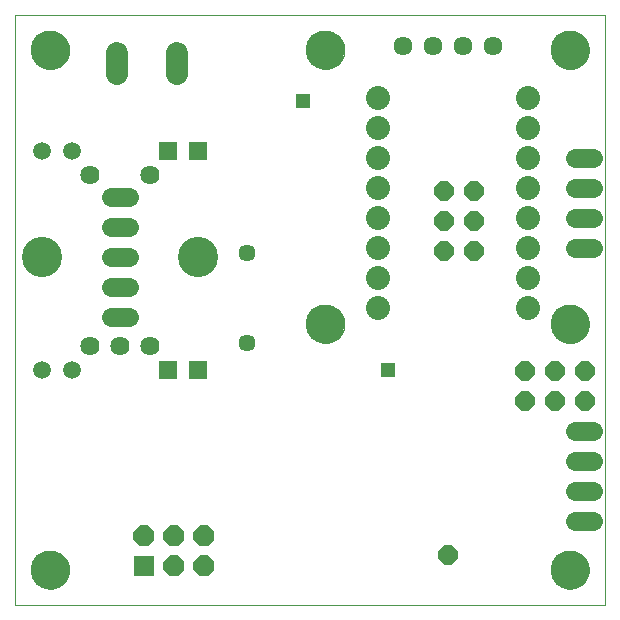
<source format=gbs>
G75*
%MOIN*%
%OFA0B0*%
%FSLAX25Y25*%
%IPPOS*%
%LPD*%
%AMOC8*
5,1,8,0,0,1.08239X$1,22.5*
%
%ADD10C,0.00000*%
%ADD11C,0.12998*%
%ADD12C,0.06400*%
%ADD13R,0.07000X0.07000*%
%ADD14OC8,0.07000*%
%ADD15OC8,0.06400*%
%ADD16C,0.07450*%
%ADD17C,0.06400*%
%ADD18C,0.13400*%
%ADD19C,0.08000*%
%ADD20R,0.05943X0.05943*%
%ADD21C,0.05943*%
%ADD22C,0.06337*%
%ADD23R,0.05124X0.05124*%
%ADD24C,0.05715*%
D10*
X0002600Y0002600D02*
X0002600Y0199450D01*
X0199450Y0199450D01*
X0199450Y0002600D01*
X0002600Y0002600D01*
X0008112Y0014411D02*
X0008114Y0014569D01*
X0008120Y0014727D01*
X0008130Y0014885D01*
X0008144Y0015043D01*
X0008162Y0015200D01*
X0008183Y0015357D01*
X0008209Y0015513D01*
X0008239Y0015669D01*
X0008272Y0015824D01*
X0008310Y0015977D01*
X0008351Y0016130D01*
X0008396Y0016282D01*
X0008445Y0016433D01*
X0008498Y0016582D01*
X0008554Y0016730D01*
X0008614Y0016876D01*
X0008678Y0017021D01*
X0008746Y0017164D01*
X0008817Y0017306D01*
X0008891Y0017446D01*
X0008969Y0017583D01*
X0009051Y0017719D01*
X0009135Y0017853D01*
X0009224Y0017984D01*
X0009315Y0018113D01*
X0009410Y0018240D01*
X0009507Y0018365D01*
X0009608Y0018487D01*
X0009712Y0018606D01*
X0009819Y0018723D01*
X0009929Y0018837D01*
X0010042Y0018948D01*
X0010157Y0019057D01*
X0010275Y0019162D01*
X0010396Y0019264D01*
X0010519Y0019364D01*
X0010645Y0019460D01*
X0010773Y0019553D01*
X0010903Y0019643D01*
X0011036Y0019729D01*
X0011171Y0019813D01*
X0011307Y0019892D01*
X0011446Y0019969D01*
X0011587Y0020041D01*
X0011729Y0020111D01*
X0011873Y0020176D01*
X0012019Y0020238D01*
X0012166Y0020296D01*
X0012315Y0020351D01*
X0012465Y0020402D01*
X0012616Y0020449D01*
X0012768Y0020492D01*
X0012921Y0020531D01*
X0013076Y0020567D01*
X0013231Y0020598D01*
X0013387Y0020626D01*
X0013543Y0020650D01*
X0013700Y0020670D01*
X0013858Y0020686D01*
X0014015Y0020698D01*
X0014174Y0020706D01*
X0014332Y0020710D01*
X0014490Y0020710D01*
X0014648Y0020706D01*
X0014807Y0020698D01*
X0014964Y0020686D01*
X0015122Y0020670D01*
X0015279Y0020650D01*
X0015435Y0020626D01*
X0015591Y0020598D01*
X0015746Y0020567D01*
X0015901Y0020531D01*
X0016054Y0020492D01*
X0016206Y0020449D01*
X0016357Y0020402D01*
X0016507Y0020351D01*
X0016656Y0020296D01*
X0016803Y0020238D01*
X0016949Y0020176D01*
X0017093Y0020111D01*
X0017235Y0020041D01*
X0017376Y0019969D01*
X0017515Y0019892D01*
X0017651Y0019813D01*
X0017786Y0019729D01*
X0017919Y0019643D01*
X0018049Y0019553D01*
X0018177Y0019460D01*
X0018303Y0019364D01*
X0018426Y0019264D01*
X0018547Y0019162D01*
X0018665Y0019057D01*
X0018780Y0018948D01*
X0018893Y0018837D01*
X0019003Y0018723D01*
X0019110Y0018606D01*
X0019214Y0018487D01*
X0019315Y0018365D01*
X0019412Y0018240D01*
X0019507Y0018113D01*
X0019598Y0017984D01*
X0019687Y0017853D01*
X0019771Y0017719D01*
X0019853Y0017583D01*
X0019931Y0017446D01*
X0020005Y0017306D01*
X0020076Y0017164D01*
X0020144Y0017021D01*
X0020208Y0016876D01*
X0020268Y0016730D01*
X0020324Y0016582D01*
X0020377Y0016433D01*
X0020426Y0016282D01*
X0020471Y0016130D01*
X0020512Y0015977D01*
X0020550Y0015824D01*
X0020583Y0015669D01*
X0020613Y0015513D01*
X0020639Y0015357D01*
X0020660Y0015200D01*
X0020678Y0015043D01*
X0020692Y0014885D01*
X0020702Y0014727D01*
X0020708Y0014569D01*
X0020710Y0014411D01*
X0020708Y0014253D01*
X0020702Y0014095D01*
X0020692Y0013937D01*
X0020678Y0013779D01*
X0020660Y0013622D01*
X0020639Y0013465D01*
X0020613Y0013309D01*
X0020583Y0013153D01*
X0020550Y0012998D01*
X0020512Y0012845D01*
X0020471Y0012692D01*
X0020426Y0012540D01*
X0020377Y0012389D01*
X0020324Y0012240D01*
X0020268Y0012092D01*
X0020208Y0011946D01*
X0020144Y0011801D01*
X0020076Y0011658D01*
X0020005Y0011516D01*
X0019931Y0011376D01*
X0019853Y0011239D01*
X0019771Y0011103D01*
X0019687Y0010969D01*
X0019598Y0010838D01*
X0019507Y0010709D01*
X0019412Y0010582D01*
X0019315Y0010457D01*
X0019214Y0010335D01*
X0019110Y0010216D01*
X0019003Y0010099D01*
X0018893Y0009985D01*
X0018780Y0009874D01*
X0018665Y0009765D01*
X0018547Y0009660D01*
X0018426Y0009558D01*
X0018303Y0009458D01*
X0018177Y0009362D01*
X0018049Y0009269D01*
X0017919Y0009179D01*
X0017786Y0009093D01*
X0017651Y0009009D01*
X0017515Y0008930D01*
X0017376Y0008853D01*
X0017235Y0008781D01*
X0017093Y0008711D01*
X0016949Y0008646D01*
X0016803Y0008584D01*
X0016656Y0008526D01*
X0016507Y0008471D01*
X0016357Y0008420D01*
X0016206Y0008373D01*
X0016054Y0008330D01*
X0015901Y0008291D01*
X0015746Y0008255D01*
X0015591Y0008224D01*
X0015435Y0008196D01*
X0015279Y0008172D01*
X0015122Y0008152D01*
X0014964Y0008136D01*
X0014807Y0008124D01*
X0014648Y0008116D01*
X0014490Y0008112D01*
X0014332Y0008112D01*
X0014174Y0008116D01*
X0014015Y0008124D01*
X0013858Y0008136D01*
X0013700Y0008152D01*
X0013543Y0008172D01*
X0013387Y0008196D01*
X0013231Y0008224D01*
X0013076Y0008255D01*
X0012921Y0008291D01*
X0012768Y0008330D01*
X0012616Y0008373D01*
X0012465Y0008420D01*
X0012315Y0008471D01*
X0012166Y0008526D01*
X0012019Y0008584D01*
X0011873Y0008646D01*
X0011729Y0008711D01*
X0011587Y0008781D01*
X0011446Y0008853D01*
X0011307Y0008930D01*
X0011171Y0009009D01*
X0011036Y0009093D01*
X0010903Y0009179D01*
X0010773Y0009269D01*
X0010645Y0009362D01*
X0010519Y0009458D01*
X0010396Y0009558D01*
X0010275Y0009660D01*
X0010157Y0009765D01*
X0010042Y0009874D01*
X0009929Y0009985D01*
X0009819Y0010099D01*
X0009712Y0010216D01*
X0009608Y0010335D01*
X0009507Y0010457D01*
X0009410Y0010582D01*
X0009315Y0010709D01*
X0009224Y0010838D01*
X0009135Y0010969D01*
X0009051Y0011103D01*
X0008969Y0011239D01*
X0008891Y0011376D01*
X0008817Y0011516D01*
X0008746Y0011658D01*
X0008678Y0011801D01*
X0008614Y0011946D01*
X0008554Y0012092D01*
X0008498Y0012240D01*
X0008445Y0012389D01*
X0008396Y0012540D01*
X0008351Y0012692D01*
X0008310Y0012845D01*
X0008272Y0012998D01*
X0008239Y0013153D01*
X0008209Y0013309D01*
X0008183Y0013465D01*
X0008162Y0013622D01*
X0008144Y0013779D01*
X0008130Y0013937D01*
X0008120Y0014095D01*
X0008114Y0014253D01*
X0008112Y0014411D01*
X0099868Y0096356D02*
X0099870Y0096514D01*
X0099876Y0096672D01*
X0099886Y0096830D01*
X0099900Y0096988D01*
X0099918Y0097145D01*
X0099939Y0097302D01*
X0099965Y0097458D01*
X0099995Y0097614D01*
X0100028Y0097769D01*
X0100066Y0097922D01*
X0100107Y0098075D01*
X0100152Y0098227D01*
X0100201Y0098378D01*
X0100254Y0098527D01*
X0100310Y0098675D01*
X0100370Y0098821D01*
X0100434Y0098966D01*
X0100502Y0099109D01*
X0100573Y0099251D01*
X0100647Y0099391D01*
X0100725Y0099528D01*
X0100807Y0099664D01*
X0100891Y0099798D01*
X0100980Y0099929D01*
X0101071Y0100058D01*
X0101166Y0100185D01*
X0101263Y0100310D01*
X0101364Y0100432D01*
X0101468Y0100551D01*
X0101575Y0100668D01*
X0101685Y0100782D01*
X0101798Y0100893D01*
X0101913Y0101002D01*
X0102031Y0101107D01*
X0102152Y0101209D01*
X0102275Y0101309D01*
X0102401Y0101405D01*
X0102529Y0101498D01*
X0102659Y0101588D01*
X0102792Y0101674D01*
X0102927Y0101758D01*
X0103063Y0101837D01*
X0103202Y0101914D01*
X0103343Y0101986D01*
X0103485Y0102056D01*
X0103629Y0102121D01*
X0103775Y0102183D01*
X0103922Y0102241D01*
X0104071Y0102296D01*
X0104221Y0102347D01*
X0104372Y0102394D01*
X0104524Y0102437D01*
X0104677Y0102476D01*
X0104832Y0102512D01*
X0104987Y0102543D01*
X0105143Y0102571D01*
X0105299Y0102595D01*
X0105456Y0102615D01*
X0105614Y0102631D01*
X0105771Y0102643D01*
X0105930Y0102651D01*
X0106088Y0102655D01*
X0106246Y0102655D01*
X0106404Y0102651D01*
X0106563Y0102643D01*
X0106720Y0102631D01*
X0106878Y0102615D01*
X0107035Y0102595D01*
X0107191Y0102571D01*
X0107347Y0102543D01*
X0107502Y0102512D01*
X0107657Y0102476D01*
X0107810Y0102437D01*
X0107962Y0102394D01*
X0108113Y0102347D01*
X0108263Y0102296D01*
X0108412Y0102241D01*
X0108559Y0102183D01*
X0108705Y0102121D01*
X0108849Y0102056D01*
X0108991Y0101986D01*
X0109132Y0101914D01*
X0109271Y0101837D01*
X0109407Y0101758D01*
X0109542Y0101674D01*
X0109675Y0101588D01*
X0109805Y0101498D01*
X0109933Y0101405D01*
X0110059Y0101309D01*
X0110182Y0101209D01*
X0110303Y0101107D01*
X0110421Y0101002D01*
X0110536Y0100893D01*
X0110649Y0100782D01*
X0110759Y0100668D01*
X0110866Y0100551D01*
X0110970Y0100432D01*
X0111071Y0100310D01*
X0111168Y0100185D01*
X0111263Y0100058D01*
X0111354Y0099929D01*
X0111443Y0099798D01*
X0111527Y0099664D01*
X0111609Y0099528D01*
X0111687Y0099391D01*
X0111761Y0099251D01*
X0111832Y0099109D01*
X0111900Y0098966D01*
X0111964Y0098821D01*
X0112024Y0098675D01*
X0112080Y0098527D01*
X0112133Y0098378D01*
X0112182Y0098227D01*
X0112227Y0098075D01*
X0112268Y0097922D01*
X0112306Y0097769D01*
X0112339Y0097614D01*
X0112369Y0097458D01*
X0112395Y0097302D01*
X0112416Y0097145D01*
X0112434Y0096988D01*
X0112448Y0096830D01*
X0112458Y0096672D01*
X0112464Y0096514D01*
X0112466Y0096356D01*
X0112464Y0096198D01*
X0112458Y0096040D01*
X0112448Y0095882D01*
X0112434Y0095724D01*
X0112416Y0095567D01*
X0112395Y0095410D01*
X0112369Y0095254D01*
X0112339Y0095098D01*
X0112306Y0094943D01*
X0112268Y0094790D01*
X0112227Y0094637D01*
X0112182Y0094485D01*
X0112133Y0094334D01*
X0112080Y0094185D01*
X0112024Y0094037D01*
X0111964Y0093891D01*
X0111900Y0093746D01*
X0111832Y0093603D01*
X0111761Y0093461D01*
X0111687Y0093321D01*
X0111609Y0093184D01*
X0111527Y0093048D01*
X0111443Y0092914D01*
X0111354Y0092783D01*
X0111263Y0092654D01*
X0111168Y0092527D01*
X0111071Y0092402D01*
X0110970Y0092280D01*
X0110866Y0092161D01*
X0110759Y0092044D01*
X0110649Y0091930D01*
X0110536Y0091819D01*
X0110421Y0091710D01*
X0110303Y0091605D01*
X0110182Y0091503D01*
X0110059Y0091403D01*
X0109933Y0091307D01*
X0109805Y0091214D01*
X0109675Y0091124D01*
X0109542Y0091038D01*
X0109407Y0090954D01*
X0109271Y0090875D01*
X0109132Y0090798D01*
X0108991Y0090726D01*
X0108849Y0090656D01*
X0108705Y0090591D01*
X0108559Y0090529D01*
X0108412Y0090471D01*
X0108263Y0090416D01*
X0108113Y0090365D01*
X0107962Y0090318D01*
X0107810Y0090275D01*
X0107657Y0090236D01*
X0107502Y0090200D01*
X0107347Y0090169D01*
X0107191Y0090141D01*
X0107035Y0090117D01*
X0106878Y0090097D01*
X0106720Y0090081D01*
X0106563Y0090069D01*
X0106404Y0090061D01*
X0106246Y0090057D01*
X0106088Y0090057D01*
X0105930Y0090061D01*
X0105771Y0090069D01*
X0105614Y0090081D01*
X0105456Y0090097D01*
X0105299Y0090117D01*
X0105143Y0090141D01*
X0104987Y0090169D01*
X0104832Y0090200D01*
X0104677Y0090236D01*
X0104524Y0090275D01*
X0104372Y0090318D01*
X0104221Y0090365D01*
X0104071Y0090416D01*
X0103922Y0090471D01*
X0103775Y0090529D01*
X0103629Y0090591D01*
X0103485Y0090656D01*
X0103343Y0090726D01*
X0103202Y0090798D01*
X0103063Y0090875D01*
X0102927Y0090954D01*
X0102792Y0091038D01*
X0102659Y0091124D01*
X0102529Y0091214D01*
X0102401Y0091307D01*
X0102275Y0091403D01*
X0102152Y0091503D01*
X0102031Y0091605D01*
X0101913Y0091710D01*
X0101798Y0091819D01*
X0101685Y0091930D01*
X0101575Y0092044D01*
X0101468Y0092161D01*
X0101364Y0092280D01*
X0101263Y0092402D01*
X0101166Y0092527D01*
X0101071Y0092654D01*
X0100980Y0092783D01*
X0100891Y0092914D01*
X0100807Y0093048D01*
X0100725Y0093184D01*
X0100647Y0093321D01*
X0100573Y0093461D01*
X0100502Y0093603D01*
X0100434Y0093746D01*
X0100370Y0093891D01*
X0100310Y0094037D01*
X0100254Y0094185D01*
X0100201Y0094334D01*
X0100152Y0094485D01*
X0100107Y0094637D01*
X0100066Y0094790D01*
X0100028Y0094943D01*
X0099995Y0095098D01*
X0099965Y0095254D01*
X0099939Y0095410D01*
X0099918Y0095567D01*
X0099900Y0095724D01*
X0099886Y0095882D01*
X0099876Y0096040D01*
X0099870Y0096198D01*
X0099868Y0096356D01*
X0181364Y0096356D02*
X0181366Y0096514D01*
X0181372Y0096672D01*
X0181382Y0096830D01*
X0181396Y0096988D01*
X0181414Y0097145D01*
X0181435Y0097302D01*
X0181461Y0097458D01*
X0181491Y0097614D01*
X0181524Y0097769D01*
X0181562Y0097922D01*
X0181603Y0098075D01*
X0181648Y0098227D01*
X0181697Y0098378D01*
X0181750Y0098527D01*
X0181806Y0098675D01*
X0181866Y0098821D01*
X0181930Y0098966D01*
X0181998Y0099109D01*
X0182069Y0099251D01*
X0182143Y0099391D01*
X0182221Y0099528D01*
X0182303Y0099664D01*
X0182387Y0099798D01*
X0182476Y0099929D01*
X0182567Y0100058D01*
X0182662Y0100185D01*
X0182759Y0100310D01*
X0182860Y0100432D01*
X0182964Y0100551D01*
X0183071Y0100668D01*
X0183181Y0100782D01*
X0183294Y0100893D01*
X0183409Y0101002D01*
X0183527Y0101107D01*
X0183648Y0101209D01*
X0183771Y0101309D01*
X0183897Y0101405D01*
X0184025Y0101498D01*
X0184155Y0101588D01*
X0184288Y0101674D01*
X0184423Y0101758D01*
X0184559Y0101837D01*
X0184698Y0101914D01*
X0184839Y0101986D01*
X0184981Y0102056D01*
X0185125Y0102121D01*
X0185271Y0102183D01*
X0185418Y0102241D01*
X0185567Y0102296D01*
X0185717Y0102347D01*
X0185868Y0102394D01*
X0186020Y0102437D01*
X0186173Y0102476D01*
X0186328Y0102512D01*
X0186483Y0102543D01*
X0186639Y0102571D01*
X0186795Y0102595D01*
X0186952Y0102615D01*
X0187110Y0102631D01*
X0187267Y0102643D01*
X0187426Y0102651D01*
X0187584Y0102655D01*
X0187742Y0102655D01*
X0187900Y0102651D01*
X0188059Y0102643D01*
X0188216Y0102631D01*
X0188374Y0102615D01*
X0188531Y0102595D01*
X0188687Y0102571D01*
X0188843Y0102543D01*
X0188998Y0102512D01*
X0189153Y0102476D01*
X0189306Y0102437D01*
X0189458Y0102394D01*
X0189609Y0102347D01*
X0189759Y0102296D01*
X0189908Y0102241D01*
X0190055Y0102183D01*
X0190201Y0102121D01*
X0190345Y0102056D01*
X0190487Y0101986D01*
X0190628Y0101914D01*
X0190767Y0101837D01*
X0190903Y0101758D01*
X0191038Y0101674D01*
X0191171Y0101588D01*
X0191301Y0101498D01*
X0191429Y0101405D01*
X0191555Y0101309D01*
X0191678Y0101209D01*
X0191799Y0101107D01*
X0191917Y0101002D01*
X0192032Y0100893D01*
X0192145Y0100782D01*
X0192255Y0100668D01*
X0192362Y0100551D01*
X0192466Y0100432D01*
X0192567Y0100310D01*
X0192664Y0100185D01*
X0192759Y0100058D01*
X0192850Y0099929D01*
X0192939Y0099798D01*
X0193023Y0099664D01*
X0193105Y0099528D01*
X0193183Y0099391D01*
X0193257Y0099251D01*
X0193328Y0099109D01*
X0193396Y0098966D01*
X0193460Y0098821D01*
X0193520Y0098675D01*
X0193576Y0098527D01*
X0193629Y0098378D01*
X0193678Y0098227D01*
X0193723Y0098075D01*
X0193764Y0097922D01*
X0193802Y0097769D01*
X0193835Y0097614D01*
X0193865Y0097458D01*
X0193891Y0097302D01*
X0193912Y0097145D01*
X0193930Y0096988D01*
X0193944Y0096830D01*
X0193954Y0096672D01*
X0193960Y0096514D01*
X0193962Y0096356D01*
X0193960Y0096198D01*
X0193954Y0096040D01*
X0193944Y0095882D01*
X0193930Y0095724D01*
X0193912Y0095567D01*
X0193891Y0095410D01*
X0193865Y0095254D01*
X0193835Y0095098D01*
X0193802Y0094943D01*
X0193764Y0094790D01*
X0193723Y0094637D01*
X0193678Y0094485D01*
X0193629Y0094334D01*
X0193576Y0094185D01*
X0193520Y0094037D01*
X0193460Y0093891D01*
X0193396Y0093746D01*
X0193328Y0093603D01*
X0193257Y0093461D01*
X0193183Y0093321D01*
X0193105Y0093184D01*
X0193023Y0093048D01*
X0192939Y0092914D01*
X0192850Y0092783D01*
X0192759Y0092654D01*
X0192664Y0092527D01*
X0192567Y0092402D01*
X0192466Y0092280D01*
X0192362Y0092161D01*
X0192255Y0092044D01*
X0192145Y0091930D01*
X0192032Y0091819D01*
X0191917Y0091710D01*
X0191799Y0091605D01*
X0191678Y0091503D01*
X0191555Y0091403D01*
X0191429Y0091307D01*
X0191301Y0091214D01*
X0191171Y0091124D01*
X0191038Y0091038D01*
X0190903Y0090954D01*
X0190767Y0090875D01*
X0190628Y0090798D01*
X0190487Y0090726D01*
X0190345Y0090656D01*
X0190201Y0090591D01*
X0190055Y0090529D01*
X0189908Y0090471D01*
X0189759Y0090416D01*
X0189609Y0090365D01*
X0189458Y0090318D01*
X0189306Y0090275D01*
X0189153Y0090236D01*
X0188998Y0090200D01*
X0188843Y0090169D01*
X0188687Y0090141D01*
X0188531Y0090117D01*
X0188374Y0090097D01*
X0188216Y0090081D01*
X0188059Y0090069D01*
X0187900Y0090061D01*
X0187742Y0090057D01*
X0187584Y0090057D01*
X0187426Y0090061D01*
X0187267Y0090069D01*
X0187110Y0090081D01*
X0186952Y0090097D01*
X0186795Y0090117D01*
X0186639Y0090141D01*
X0186483Y0090169D01*
X0186328Y0090200D01*
X0186173Y0090236D01*
X0186020Y0090275D01*
X0185868Y0090318D01*
X0185717Y0090365D01*
X0185567Y0090416D01*
X0185418Y0090471D01*
X0185271Y0090529D01*
X0185125Y0090591D01*
X0184981Y0090656D01*
X0184839Y0090726D01*
X0184698Y0090798D01*
X0184559Y0090875D01*
X0184423Y0090954D01*
X0184288Y0091038D01*
X0184155Y0091124D01*
X0184025Y0091214D01*
X0183897Y0091307D01*
X0183771Y0091403D01*
X0183648Y0091503D01*
X0183527Y0091605D01*
X0183409Y0091710D01*
X0183294Y0091819D01*
X0183181Y0091930D01*
X0183071Y0092044D01*
X0182964Y0092161D01*
X0182860Y0092280D01*
X0182759Y0092402D01*
X0182662Y0092527D01*
X0182567Y0092654D01*
X0182476Y0092783D01*
X0182387Y0092914D01*
X0182303Y0093048D01*
X0182221Y0093184D01*
X0182143Y0093321D01*
X0182069Y0093461D01*
X0181998Y0093603D01*
X0181930Y0093746D01*
X0181866Y0093891D01*
X0181806Y0094037D01*
X0181750Y0094185D01*
X0181697Y0094334D01*
X0181648Y0094485D01*
X0181603Y0094637D01*
X0181562Y0094790D01*
X0181524Y0094943D01*
X0181491Y0095098D01*
X0181461Y0095254D01*
X0181435Y0095410D01*
X0181414Y0095567D01*
X0181396Y0095724D01*
X0181382Y0095882D01*
X0181372Y0096040D01*
X0181366Y0096198D01*
X0181364Y0096356D01*
X0181340Y0014411D02*
X0181342Y0014569D01*
X0181348Y0014727D01*
X0181358Y0014885D01*
X0181372Y0015043D01*
X0181390Y0015200D01*
X0181411Y0015357D01*
X0181437Y0015513D01*
X0181467Y0015669D01*
X0181500Y0015824D01*
X0181538Y0015977D01*
X0181579Y0016130D01*
X0181624Y0016282D01*
X0181673Y0016433D01*
X0181726Y0016582D01*
X0181782Y0016730D01*
X0181842Y0016876D01*
X0181906Y0017021D01*
X0181974Y0017164D01*
X0182045Y0017306D01*
X0182119Y0017446D01*
X0182197Y0017583D01*
X0182279Y0017719D01*
X0182363Y0017853D01*
X0182452Y0017984D01*
X0182543Y0018113D01*
X0182638Y0018240D01*
X0182735Y0018365D01*
X0182836Y0018487D01*
X0182940Y0018606D01*
X0183047Y0018723D01*
X0183157Y0018837D01*
X0183270Y0018948D01*
X0183385Y0019057D01*
X0183503Y0019162D01*
X0183624Y0019264D01*
X0183747Y0019364D01*
X0183873Y0019460D01*
X0184001Y0019553D01*
X0184131Y0019643D01*
X0184264Y0019729D01*
X0184399Y0019813D01*
X0184535Y0019892D01*
X0184674Y0019969D01*
X0184815Y0020041D01*
X0184957Y0020111D01*
X0185101Y0020176D01*
X0185247Y0020238D01*
X0185394Y0020296D01*
X0185543Y0020351D01*
X0185693Y0020402D01*
X0185844Y0020449D01*
X0185996Y0020492D01*
X0186149Y0020531D01*
X0186304Y0020567D01*
X0186459Y0020598D01*
X0186615Y0020626D01*
X0186771Y0020650D01*
X0186928Y0020670D01*
X0187086Y0020686D01*
X0187243Y0020698D01*
X0187402Y0020706D01*
X0187560Y0020710D01*
X0187718Y0020710D01*
X0187876Y0020706D01*
X0188035Y0020698D01*
X0188192Y0020686D01*
X0188350Y0020670D01*
X0188507Y0020650D01*
X0188663Y0020626D01*
X0188819Y0020598D01*
X0188974Y0020567D01*
X0189129Y0020531D01*
X0189282Y0020492D01*
X0189434Y0020449D01*
X0189585Y0020402D01*
X0189735Y0020351D01*
X0189884Y0020296D01*
X0190031Y0020238D01*
X0190177Y0020176D01*
X0190321Y0020111D01*
X0190463Y0020041D01*
X0190604Y0019969D01*
X0190743Y0019892D01*
X0190879Y0019813D01*
X0191014Y0019729D01*
X0191147Y0019643D01*
X0191277Y0019553D01*
X0191405Y0019460D01*
X0191531Y0019364D01*
X0191654Y0019264D01*
X0191775Y0019162D01*
X0191893Y0019057D01*
X0192008Y0018948D01*
X0192121Y0018837D01*
X0192231Y0018723D01*
X0192338Y0018606D01*
X0192442Y0018487D01*
X0192543Y0018365D01*
X0192640Y0018240D01*
X0192735Y0018113D01*
X0192826Y0017984D01*
X0192915Y0017853D01*
X0192999Y0017719D01*
X0193081Y0017583D01*
X0193159Y0017446D01*
X0193233Y0017306D01*
X0193304Y0017164D01*
X0193372Y0017021D01*
X0193436Y0016876D01*
X0193496Y0016730D01*
X0193552Y0016582D01*
X0193605Y0016433D01*
X0193654Y0016282D01*
X0193699Y0016130D01*
X0193740Y0015977D01*
X0193778Y0015824D01*
X0193811Y0015669D01*
X0193841Y0015513D01*
X0193867Y0015357D01*
X0193888Y0015200D01*
X0193906Y0015043D01*
X0193920Y0014885D01*
X0193930Y0014727D01*
X0193936Y0014569D01*
X0193938Y0014411D01*
X0193936Y0014253D01*
X0193930Y0014095D01*
X0193920Y0013937D01*
X0193906Y0013779D01*
X0193888Y0013622D01*
X0193867Y0013465D01*
X0193841Y0013309D01*
X0193811Y0013153D01*
X0193778Y0012998D01*
X0193740Y0012845D01*
X0193699Y0012692D01*
X0193654Y0012540D01*
X0193605Y0012389D01*
X0193552Y0012240D01*
X0193496Y0012092D01*
X0193436Y0011946D01*
X0193372Y0011801D01*
X0193304Y0011658D01*
X0193233Y0011516D01*
X0193159Y0011376D01*
X0193081Y0011239D01*
X0192999Y0011103D01*
X0192915Y0010969D01*
X0192826Y0010838D01*
X0192735Y0010709D01*
X0192640Y0010582D01*
X0192543Y0010457D01*
X0192442Y0010335D01*
X0192338Y0010216D01*
X0192231Y0010099D01*
X0192121Y0009985D01*
X0192008Y0009874D01*
X0191893Y0009765D01*
X0191775Y0009660D01*
X0191654Y0009558D01*
X0191531Y0009458D01*
X0191405Y0009362D01*
X0191277Y0009269D01*
X0191147Y0009179D01*
X0191014Y0009093D01*
X0190879Y0009009D01*
X0190743Y0008930D01*
X0190604Y0008853D01*
X0190463Y0008781D01*
X0190321Y0008711D01*
X0190177Y0008646D01*
X0190031Y0008584D01*
X0189884Y0008526D01*
X0189735Y0008471D01*
X0189585Y0008420D01*
X0189434Y0008373D01*
X0189282Y0008330D01*
X0189129Y0008291D01*
X0188974Y0008255D01*
X0188819Y0008224D01*
X0188663Y0008196D01*
X0188507Y0008172D01*
X0188350Y0008152D01*
X0188192Y0008136D01*
X0188035Y0008124D01*
X0187876Y0008116D01*
X0187718Y0008112D01*
X0187560Y0008112D01*
X0187402Y0008116D01*
X0187243Y0008124D01*
X0187086Y0008136D01*
X0186928Y0008152D01*
X0186771Y0008172D01*
X0186615Y0008196D01*
X0186459Y0008224D01*
X0186304Y0008255D01*
X0186149Y0008291D01*
X0185996Y0008330D01*
X0185844Y0008373D01*
X0185693Y0008420D01*
X0185543Y0008471D01*
X0185394Y0008526D01*
X0185247Y0008584D01*
X0185101Y0008646D01*
X0184957Y0008711D01*
X0184815Y0008781D01*
X0184674Y0008853D01*
X0184535Y0008930D01*
X0184399Y0009009D01*
X0184264Y0009093D01*
X0184131Y0009179D01*
X0184001Y0009269D01*
X0183873Y0009362D01*
X0183747Y0009458D01*
X0183624Y0009558D01*
X0183503Y0009660D01*
X0183385Y0009765D01*
X0183270Y0009874D01*
X0183157Y0009985D01*
X0183047Y0010099D01*
X0182940Y0010216D01*
X0182836Y0010335D01*
X0182735Y0010457D01*
X0182638Y0010582D01*
X0182543Y0010709D01*
X0182452Y0010838D01*
X0182363Y0010969D01*
X0182279Y0011103D01*
X0182197Y0011239D01*
X0182119Y0011376D01*
X0182045Y0011516D01*
X0181974Y0011658D01*
X0181906Y0011801D01*
X0181842Y0011946D01*
X0181782Y0012092D01*
X0181726Y0012240D01*
X0181673Y0012389D01*
X0181624Y0012540D01*
X0181579Y0012692D01*
X0181538Y0012845D01*
X0181500Y0012998D01*
X0181467Y0013153D01*
X0181437Y0013309D01*
X0181411Y0013465D01*
X0181390Y0013622D01*
X0181372Y0013779D01*
X0181358Y0013937D01*
X0181348Y0014095D01*
X0181342Y0014253D01*
X0181340Y0014411D01*
X0181364Y0187694D02*
X0181366Y0187852D01*
X0181372Y0188010D01*
X0181382Y0188168D01*
X0181396Y0188326D01*
X0181414Y0188483D01*
X0181435Y0188640D01*
X0181461Y0188796D01*
X0181491Y0188952D01*
X0181524Y0189107D01*
X0181562Y0189260D01*
X0181603Y0189413D01*
X0181648Y0189565D01*
X0181697Y0189716D01*
X0181750Y0189865D01*
X0181806Y0190013D01*
X0181866Y0190159D01*
X0181930Y0190304D01*
X0181998Y0190447D01*
X0182069Y0190589D01*
X0182143Y0190729D01*
X0182221Y0190866D01*
X0182303Y0191002D01*
X0182387Y0191136D01*
X0182476Y0191267D01*
X0182567Y0191396D01*
X0182662Y0191523D01*
X0182759Y0191648D01*
X0182860Y0191770D01*
X0182964Y0191889D01*
X0183071Y0192006D01*
X0183181Y0192120D01*
X0183294Y0192231D01*
X0183409Y0192340D01*
X0183527Y0192445D01*
X0183648Y0192547D01*
X0183771Y0192647D01*
X0183897Y0192743D01*
X0184025Y0192836D01*
X0184155Y0192926D01*
X0184288Y0193012D01*
X0184423Y0193096D01*
X0184559Y0193175D01*
X0184698Y0193252D01*
X0184839Y0193324D01*
X0184981Y0193394D01*
X0185125Y0193459D01*
X0185271Y0193521D01*
X0185418Y0193579D01*
X0185567Y0193634D01*
X0185717Y0193685D01*
X0185868Y0193732D01*
X0186020Y0193775D01*
X0186173Y0193814D01*
X0186328Y0193850D01*
X0186483Y0193881D01*
X0186639Y0193909D01*
X0186795Y0193933D01*
X0186952Y0193953D01*
X0187110Y0193969D01*
X0187267Y0193981D01*
X0187426Y0193989D01*
X0187584Y0193993D01*
X0187742Y0193993D01*
X0187900Y0193989D01*
X0188059Y0193981D01*
X0188216Y0193969D01*
X0188374Y0193953D01*
X0188531Y0193933D01*
X0188687Y0193909D01*
X0188843Y0193881D01*
X0188998Y0193850D01*
X0189153Y0193814D01*
X0189306Y0193775D01*
X0189458Y0193732D01*
X0189609Y0193685D01*
X0189759Y0193634D01*
X0189908Y0193579D01*
X0190055Y0193521D01*
X0190201Y0193459D01*
X0190345Y0193394D01*
X0190487Y0193324D01*
X0190628Y0193252D01*
X0190767Y0193175D01*
X0190903Y0193096D01*
X0191038Y0193012D01*
X0191171Y0192926D01*
X0191301Y0192836D01*
X0191429Y0192743D01*
X0191555Y0192647D01*
X0191678Y0192547D01*
X0191799Y0192445D01*
X0191917Y0192340D01*
X0192032Y0192231D01*
X0192145Y0192120D01*
X0192255Y0192006D01*
X0192362Y0191889D01*
X0192466Y0191770D01*
X0192567Y0191648D01*
X0192664Y0191523D01*
X0192759Y0191396D01*
X0192850Y0191267D01*
X0192939Y0191136D01*
X0193023Y0191002D01*
X0193105Y0190866D01*
X0193183Y0190729D01*
X0193257Y0190589D01*
X0193328Y0190447D01*
X0193396Y0190304D01*
X0193460Y0190159D01*
X0193520Y0190013D01*
X0193576Y0189865D01*
X0193629Y0189716D01*
X0193678Y0189565D01*
X0193723Y0189413D01*
X0193764Y0189260D01*
X0193802Y0189107D01*
X0193835Y0188952D01*
X0193865Y0188796D01*
X0193891Y0188640D01*
X0193912Y0188483D01*
X0193930Y0188326D01*
X0193944Y0188168D01*
X0193954Y0188010D01*
X0193960Y0187852D01*
X0193962Y0187694D01*
X0193960Y0187536D01*
X0193954Y0187378D01*
X0193944Y0187220D01*
X0193930Y0187062D01*
X0193912Y0186905D01*
X0193891Y0186748D01*
X0193865Y0186592D01*
X0193835Y0186436D01*
X0193802Y0186281D01*
X0193764Y0186128D01*
X0193723Y0185975D01*
X0193678Y0185823D01*
X0193629Y0185672D01*
X0193576Y0185523D01*
X0193520Y0185375D01*
X0193460Y0185229D01*
X0193396Y0185084D01*
X0193328Y0184941D01*
X0193257Y0184799D01*
X0193183Y0184659D01*
X0193105Y0184522D01*
X0193023Y0184386D01*
X0192939Y0184252D01*
X0192850Y0184121D01*
X0192759Y0183992D01*
X0192664Y0183865D01*
X0192567Y0183740D01*
X0192466Y0183618D01*
X0192362Y0183499D01*
X0192255Y0183382D01*
X0192145Y0183268D01*
X0192032Y0183157D01*
X0191917Y0183048D01*
X0191799Y0182943D01*
X0191678Y0182841D01*
X0191555Y0182741D01*
X0191429Y0182645D01*
X0191301Y0182552D01*
X0191171Y0182462D01*
X0191038Y0182376D01*
X0190903Y0182292D01*
X0190767Y0182213D01*
X0190628Y0182136D01*
X0190487Y0182064D01*
X0190345Y0181994D01*
X0190201Y0181929D01*
X0190055Y0181867D01*
X0189908Y0181809D01*
X0189759Y0181754D01*
X0189609Y0181703D01*
X0189458Y0181656D01*
X0189306Y0181613D01*
X0189153Y0181574D01*
X0188998Y0181538D01*
X0188843Y0181507D01*
X0188687Y0181479D01*
X0188531Y0181455D01*
X0188374Y0181435D01*
X0188216Y0181419D01*
X0188059Y0181407D01*
X0187900Y0181399D01*
X0187742Y0181395D01*
X0187584Y0181395D01*
X0187426Y0181399D01*
X0187267Y0181407D01*
X0187110Y0181419D01*
X0186952Y0181435D01*
X0186795Y0181455D01*
X0186639Y0181479D01*
X0186483Y0181507D01*
X0186328Y0181538D01*
X0186173Y0181574D01*
X0186020Y0181613D01*
X0185868Y0181656D01*
X0185717Y0181703D01*
X0185567Y0181754D01*
X0185418Y0181809D01*
X0185271Y0181867D01*
X0185125Y0181929D01*
X0184981Y0181994D01*
X0184839Y0182064D01*
X0184698Y0182136D01*
X0184559Y0182213D01*
X0184423Y0182292D01*
X0184288Y0182376D01*
X0184155Y0182462D01*
X0184025Y0182552D01*
X0183897Y0182645D01*
X0183771Y0182741D01*
X0183648Y0182841D01*
X0183527Y0182943D01*
X0183409Y0183048D01*
X0183294Y0183157D01*
X0183181Y0183268D01*
X0183071Y0183382D01*
X0182964Y0183499D01*
X0182860Y0183618D01*
X0182759Y0183740D01*
X0182662Y0183865D01*
X0182567Y0183992D01*
X0182476Y0184121D01*
X0182387Y0184252D01*
X0182303Y0184386D01*
X0182221Y0184522D01*
X0182143Y0184659D01*
X0182069Y0184799D01*
X0181998Y0184941D01*
X0181930Y0185084D01*
X0181866Y0185229D01*
X0181806Y0185375D01*
X0181750Y0185523D01*
X0181697Y0185672D01*
X0181648Y0185823D01*
X0181603Y0185975D01*
X0181562Y0186128D01*
X0181524Y0186281D01*
X0181491Y0186436D01*
X0181461Y0186592D01*
X0181435Y0186748D01*
X0181414Y0186905D01*
X0181396Y0187062D01*
X0181382Y0187220D01*
X0181372Y0187378D01*
X0181366Y0187536D01*
X0181364Y0187694D01*
X0099868Y0187694D02*
X0099870Y0187852D01*
X0099876Y0188010D01*
X0099886Y0188168D01*
X0099900Y0188326D01*
X0099918Y0188483D01*
X0099939Y0188640D01*
X0099965Y0188796D01*
X0099995Y0188952D01*
X0100028Y0189107D01*
X0100066Y0189260D01*
X0100107Y0189413D01*
X0100152Y0189565D01*
X0100201Y0189716D01*
X0100254Y0189865D01*
X0100310Y0190013D01*
X0100370Y0190159D01*
X0100434Y0190304D01*
X0100502Y0190447D01*
X0100573Y0190589D01*
X0100647Y0190729D01*
X0100725Y0190866D01*
X0100807Y0191002D01*
X0100891Y0191136D01*
X0100980Y0191267D01*
X0101071Y0191396D01*
X0101166Y0191523D01*
X0101263Y0191648D01*
X0101364Y0191770D01*
X0101468Y0191889D01*
X0101575Y0192006D01*
X0101685Y0192120D01*
X0101798Y0192231D01*
X0101913Y0192340D01*
X0102031Y0192445D01*
X0102152Y0192547D01*
X0102275Y0192647D01*
X0102401Y0192743D01*
X0102529Y0192836D01*
X0102659Y0192926D01*
X0102792Y0193012D01*
X0102927Y0193096D01*
X0103063Y0193175D01*
X0103202Y0193252D01*
X0103343Y0193324D01*
X0103485Y0193394D01*
X0103629Y0193459D01*
X0103775Y0193521D01*
X0103922Y0193579D01*
X0104071Y0193634D01*
X0104221Y0193685D01*
X0104372Y0193732D01*
X0104524Y0193775D01*
X0104677Y0193814D01*
X0104832Y0193850D01*
X0104987Y0193881D01*
X0105143Y0193909D01*
X0105299Y0193933D01*
X0105456Y0193953D01*
X0105614Y0193969D01*
X0105771Y0193981D01*
X0105930Y0193989D01*
X0106088Y0193993D01*
X0106246Y0193993D01*
X0106404Y0193989D01*
X0106563Y0193981D01*
X0106720Y0193969D01*
X0106878Y0193953D01*
X0107035Y0193933D01*
X0107191Y0193909D01*
X0107347Y0193881D01*
X0107502Y0193850D01*
X0107657Y0193814D01*
X0107810Y0193775D01*
X0107962Y0193732D01*
X0108113Y0193685D01*
X0108263Y0193634D01*
X0108412Y0193579D01*
X0108559Y0193521D01*
X0108705Y0193459D01*
X0108849Y0193394D01*
X0108991Y0193324D01*
X0109132Y0193252D01*
X0109271Y0193175D01*
X0109407Y0193096D01*
X0109542Y0193012D01*
X0109675Y0192926D01*
X0109805Y0192836D01*
X0109933Y0192743D01*
X0110059Y0192647D01*
X0110182Y0192547D01*
X0110303Y0192445D01*
X0110421Y0192340D01*
X0110536Y0192231D01*
X0110649Y0192120D01*
X0110759Y0192006D01*
X0110866Y0191889D01*
X0110970Y0191770D01*
X0111071Y0191648D01*
X0111168Y0191523D01*
X0111263Y0191396D01*
X0111354Y0191267D01*
X0111443Y0191136D01*
X0111527Y0191002D01*
X0111609Y0190866D01*
X0111687Y0190729D01*
X0111761Y0190589D01*
X0111832Y0190447D01*
X0111900Y0190304D01*
X0111964Y0190159D01*
X0112024Y0190013D01*
X0112080Y0189865D01*
X0112133Y0189716D01*
X0112182Y0189565D01*
X0112227Y0189413D01*
X0112268Y0189260D01*
X0112306Y0189107D01*
X0112339Y0188952D01*
X0112369Y0188796D01*
X0112395Y0188640D01*
X0112416Y0188483D01*
X0112434Y0188326D01*
X0112448Y0188168D01*
X0112458Y0188010D01*
X0112464Y0187852D01*
X0112466Y0187694D01*
X0112464Y0187536D01*
X0112458Y0187378D01*
X0112448Y0187220D01*
X0112434Y0187062D01*
X0112416Y0186905D01*
X0112395Y0186748D01*
X0112369Y0186592D01*
X0112339Y0186436D01*
X0112306Y0186281D01*
X0112268Y0186128D01*
X0112227Y0185975D01*
X0112182Y0185823D01*
X0112133Y0185672D01*
X0112080Y0185523D01*
X0112024Y0185375D01*
X0111964Y0185229D01*
X0111900Y0185084D01*
X0111832Y0184941D01*
X0111761Y0184799D01*
X0111687Y0184659D01*
X0111609Y0184522D01*
X0111527Y0184386D01*
X0111443Y0184252D01*
X0111354Y0184121D01*
X0111263Y0183992D01*
X0111168Y0183865D01*
X0111071Y0183740D01*
X0110970Y0183618D01*
X0110866Y0183499D01*
X0110759Y0183382D01*
X0110649Y0183268D01*
X0110536Y0183157D01*
X0110421Y0183048D01*
X0110303Y0182943D01*
X0110182Y0182841D01*
X0110059Y0182741D01*
X0109933Y0182645D01*
X0109805Y0182552D01*
X0109675Y0182462D01*
X0109542Y0182376D01*
X0109407Y0182292D01*
X0109271Y0182213D01*
X0109132Y0182136D01*
X0108991Y0182064D01*
X0108849Y0181994D01*
X0108705Y0181929D01*
X0108559Y0181867D01*
X0108412Y0181809D01*
X0108263Y0181754D01*
X0108113Y0181703D01*
X0107962Y0181656D01*
X0107810Y0181613D01*
X0107657Y0181574D01*
X0107502Y0181538D01*
X0107347Y0181507D01*
X0107191Y0181479D01*
X0107035Y0181455D01*
X0106878Y0181435D01*
X0106720Y0181419D01*
X0106563Y0181407D01*
X0106404Y0181399D01*
X0106246Y0181395D01*
X0106088Y0181395D01*
X0105930Y0181399D01*
X0105771Y0181407D01*
X0105614Y0181419D01*
X0105456Y0181435D01*
X0105299Y0181455D01*
X0105143Y0181479D01*
X0104987Y0181507D01*
X0104832Y0181538D01*
X0104677Y0181574D01*
X0104524Y0181613D01*
X0104372Y0181656D01*
X0104221Y0181703D01*
X0104071Y0181754D01*
X0103922Y0181809D01*
X0103775Y0181867D01*
X0103629Y0181929D01*
X0103485Y0181994D01*
X0103343Y0182064D01*
X0103202Y0182136D01*
X0103063Y0182213D01*
X0102927Y0182292D01*
X0102792Y0182376D01*
X0102659Y0182462D01*
X0102529Y0182552D01*
X0102401Y0182645D01*
X0102275Y0182741D01*
X0102152Y0182841D01*
X0102031Y0182943D01*
X0101913Y0183048D01*
X0101798Y0183157D01*
X0101685Y0183268D01*
X0101575Y0183382D01*
X0101468Y0183499D01*
X0101364Y0183618D01*
X0101263Y0183740D01*
X0101166Y0183865D01*
X0101071Y0183992D01*
X0100980Y0184121D01*
X0100891Y0184252D01*
X0100807Y0184386D01*
X0100725Y0184522D01*
X0100647Y0184659D01*
X0100573Y0184799D01*
X0100502Y0184941D01*
X0100434Y0185084D01*
X0100370Y0185229D01*
X0100310Y0185375D01*
X0100254Y0185523D01*
X0100201Y0185672D01*
X0100152Y0185823D01*
X0100107Y0185975D01*
X0100066Y0186128D01*
X0100028Y0186281D01*
X0099995Y0186436D01*
X0099965Y0186592D01*
X0099939Y0186748D01*
X0099918Y0186905D01*
X0099900Y0187062D01*
X0099886Y0187220D01*
X0099876Y0187378D01*
X0099870Y0187536D01*
X0099868Y0187694D01*
X0008112Y0187639D02*
X0008114Y0187797D01*
X0008120Y0187955D01*
X0008130Y0188113D01*
X0008144Y0188271D01*
X0008162Y0188428D01*
X0008183Y0188585D01*
X0008209Y0188741D01*
X0008239Y0188897D01*
X0008272Y0189052D01*
X0008310Y0189205D01*
X0008351Y0189358D01*
X0008396Y0189510D01*
X0008445Y0189661D01*
X0008498Y0189810D01*
X0008554Y0189958D01*
X0008614Y0190104D01*
X0008678Y0190249D01*
X0008746Y0190392D01*
X0008817Y0190534D01*
X0008891Y0190674D01*
X0008969Y0190811D01*
X0009051Y0190947D01*
X0009135Y0191081D01*
X0009224Y0191212D01*
X0009315Y0191341D01*
X0009410Y0191468D01*
X0009507Y0191593D01*
X0009608Y0191715D01*
X0009712Y0191834D01*
X0009819Y0191951D01*
X0009929Y0192065D01*
X0010042Y0192176D01*
X0010157Y0192285D01*
X0010275Y0192390D01*
X0010396Y0192492D01*
X0010519Y0192592D01*
X0010645Y0192688D01*
X0010773Y0192781D01*
X0010903Y0192871D01*
X0011036Y0192957D01*
X0011171Y0193041D01*
X0011307Y0193120D01*
X0011446Y0193197D01*
X0011587Y0193269D01*
X0011729Y0193339D01*
X0011873Y0193404D01*
X0012019Y0193466D01*
X0012166Y0193524D01*
X0012315Y0193579D01*
X0012465Y0193630D01*
X0012616Y0193677D01*
X0012768Y0193720D01*
X0012921Y0193759D01*
X0013076Y0193795D01*
X0013231Y0193826D01*
X0013387Y0193854D01*
X0013543Y0193878D01*
X0013700Y0193898D01*
X0013858Y0193914D01*
X0014015Y0193926D01*
X0014174Y0193934D01*
X0014332Y0193938D01*
X0014490Y0193938D01*
X0014648Y0193934D01*
X0014807Y0193926D01*
X0014964Y0193914D01*
X0015122Y0193898D01*
X0015279Y0193878D01*
X0015435Y0193854D01*
X0015591Y0193826D01*
X0015746Y0193795D01*
X0015901Y0193759D01*
X0016054Y0193720D01*
X0016206Y0193677D01*
X0016357Y0193630D01*
X0016507Y0193579D01*
X0016656Y0193524D01*
X0016803Y0193466D01*
X0016949Y0193404D01*
X0017093Y0193339D01*
X0017235Y0193269D01*
X0017376Y0193197D01*
X0017515Y0193120D01*
X0017651Y0193041D01*
X0017786Y0192957D01*
X0017919Y0192871D01*
X0018049Y0192781D01*
X0018177Y0192688D01*
X0018303Y0192592D01*
X0018426Y0192492D01*
X0018547Y0192390D01*
X0018665Y0192285D01*
X0018780Y0192176D01*
X0018893Y0192065D01*
X0019003Y0191951D01*
X0019110Y0191834D01*
X0019214Y0191715D01*
X0019315Y0191593D01*
X0019412Y0191468D01*
X0019507Y0191341D01*
X0019598Y0191212D01*
X0019687Y0191081D01*
X0019771Y0190947D01*
X0019853Y0190811D01*
X0019931Y0190674D01*
X0020005Y0190534D01*
X0020076Y0190392D01*
X0020144Y0190249D01*
X0020208Y0190104D01*
X0020268Y0189958D01*
X0020324Y0189810D01*
X0020377Y0189661D01*
X0020426Y0189510D01*
X0020471Y0189358D01*
X0020512Y0189205D01*
X0020550Y0189052D01*
X0020583Y0188897D01*
X0020613Y0188741D01*
X0020639Y0188585D01*
X0020660Y0188428D01*
X0020678Y0188271D01*
X0020692Y0188113D01*
X0020702Y0187955D01*
X0020708Y0187797D01*
X0020710Y0187639D01*
X0020708Y0187481D01*
X0020702Y0187323D01*
X0020692Y0187165D01*
X0020678Y0187007D01*
X0020660Y0186850D01*
X0020639Y0186693D01*
X0020613Y0186537D01*
X0020583Y0186381D01*
X0020550Y0186226D01*
X0020512Y0186073D01*
X0020471Y0185920D01*
X0020426Y0185768D01*
X0020377Y0185617D01*
X0020324Y0185468D01*
X0020268Y0185320D01*
X0020208Y0185174D01*
X0020144Y0185029D01*
X0020076Y0184886D01*
X0020005Y0184744D01*
X0019931Y0184604D01*
X0019853Y0184467D01*
X0019771Y0184331D01*
X0019687Y0184197D01*
X0019598Y0184066D01*
X0019507Y0183937D01*
X0019412Y0183810D01*
X0019315Y0183685D01*
X0019214Y0183563D01*
X0019110Y0183444D01*
X0019003Y0183327D01*
X0018893Y0183213D01*
X0018780Y0183102D01*
X0018665Y0182993D01*
X0018547Y0182888D01*
X0018426Y0182786D01*
X0018303Y0182686D01*
X0018177Y0182590D01*
X0018049Y0182497D01*
X0017919Y0182407D01*
X0017786Y0182321D01*
X0017651Y0182237D01*
X0017515Y0182158D01*
X0017376Y0182081D01*
X0017235Y0182009D01*
X0017093Y0181939D01*
X0016949Y0181874D01*
X0016803Y0181812D01*
X0016656Y0181754D01*
X0016507Y0181699D01*
X0016357Y0181648D01*
X0016206Y0181601D01*
X0016054Y0181558D01*
X0015901Y0181519D01*
X0015746Y0181483D01*
X0015591Y0181452D01*
X0015435Y0181424D01*
X0015279Y0181400D01*
X0015122Y0181380D01*
X0014964Y0181364D01*
X0014807Y0181352D01*
X0014648Y0181344D01*
X0014490Y0181340D01*
X0014332Y0181340D01*
X0014174Y0181344D01*
X0014015Y0181352D01*
X0013858Y0181364D01*
X0013700Y0181380D01*
X0013543Y0181400D01*
X0013387Y0181424D01*
X0013231Y0181452D01*
X0013076Y0181483D01*
X0012921Y0181519D01*
X0012768Y0181558D01*
X0012616Y0181601D01*
X0012465Y0181648D01*
X0012315Y0181699D01*
X0012166Y0181754D01*
X0012019Y0181812D01*
X0011873Y0181874D01*
X0011729Y0181939D01*
X0011587Y0182009D01*
X0011446Y0182081D01*
X0011307Y0182158D01*
X0011171Y0182237D01*
X0011036Y0182321D01*
X0010903Y0182407D01*
X0010773Y0182497D01*
X0010645Y0182590D01*
X0010519Y0182686D01*
X0010396Y0182786D01*
X0010275Y0182888D01*
X0010157Y0182993D01*
X0010042Y0183102D01*
X0009929Y0183213D01*
X0009819Y0183327D01*
X0009712Y0183444D01*
X0009608Y0183563D01*
X0009507Y0183685D01*
X0009410Y0183810D01*
X0009315Y0183937D01*
X0009224Y0184066D01*
X0009135Y0184197D01*
X0009051Y0184331D01*
X0008969Y0184467D01*
X0008891Y0184604D01*
X0008817Y0184744D01*
X0008746Y0184886D01*
X0008678Y0185029D01*
X0008614Y0185174D01*
X0008554Y0185320D01*
X0008498Y0185468D01*
X0008445Y0185617D01*
X0008396Y0185768D01*
X0008351Y0185920D01*
X0008310Y0186073D01*
X0008272Y0186226D01*
X0008239Y0186381D01*
X0008209Y0186537D01*
X0008183Y0186693D01*
X0008162Y0186850D01*
X0008144Y0187007D01*
X0008130Y0187165D01*
X0008120Y0187323D01*
X0008114Y0187481D01*
X0008112Y0187639D01*
D11*
X0014411Y0187639D03*
X0106167Y0187694D03*
X0187663Y0187694D03*
X0187663Y0096356D03*
X0106167Y0096356D03*
X0187639Y0014411D03*
X0014411Y0014411D03*
D12*
X0034600Y0098600D02*
X0040600Y0098600D01*
X0040600Y0108600D02*
X0034600Y0108600D01*
X0034600Y0118600D02*
X0040600Y0118600D01*
X0040600Y0128600D02*
X0034600Y0128600D01*
X0034600Y0138600D02*
X0040600Y0138600D01*
X0189350Y0141600D02*
X0195350Y0141600D01*
X0195350Y0131600D02*
X0189350Y0131600D01*
X0189350Y0121600D02*
X0195350Y0121600D01*
X0195350Y0151600D02*
X0189350Y0151600D01*
X0189350Y0060600D02*
X0195350Y0060600D01*
X0195350Y0050600D02*
X0189350Y0050600D01*
X0189350Y0040600D02*
X0195350Y0040600D01*
X0195350Y0030600D02*
X0189350Y0030600D01*
D13*
X0045600Y0015600D03*
D14*
X0045600Y0025600D03*
X0055600Y0025600D03*
X0055600Y0015600D03*
X0065600Y0015600D03*
X0065600Y0025600D03*
D15*
X0147100Y0019350D03*
X0172600Y0070600D03*
X0172600Y0080600D03*
X0182600Y0080600D03*
X0182600Y0070600D03*
X0192600Y0070600D03*
X0192600Y0080600D03*
X0155600Y0120600D03*
X0155600Y0130600D03*
X0155600Y0140600D03*
X0145600Y0140600D03*
X0145600Y0130600D03*
X0145600Y0120600D03*
D16*
X0056600Y0179575D02*
X0056600Y0186625D01*
X0036600Y0186625D02*
X0036600Y0179575D01*
D17*
X0027600Y0146100D03*
X0047600Y0146100D03*
X0047600Y0089100D03*
X0037600Y0089100D03*
X0027600Y0089100D03*
D18*
X0011600Y0118600D03*
X0063600Y0118600D03*
D19*
X0123600Y0121600D03*
X0123600Y0111600D03*
X0123600Y0101600D03*
X0123600Y0131600D03*
X0123600Y0141600D03*
X0123600Y0151600D03*
X0123600Y0161600D03*
X0123600Y0171600D03*
X0173600Y0171600D03*
X0173600Y0161600D03*
X0173600Y0151600D03*
X0173600Y0141600D03*
X0173600Y0131600D03*
X0173600Y0121600D03*
X0173600Y0111600D03*
X0173600Y0101600D03*
D20*
X0063600Y0081100D03*
X0053600Y0081100D03*
X0053600Y0154100D03*
X0063600Y0154100D03*
D21*
X0021600Y0154100D03*
X0011600Y0154100D03*
X0011600Y0081100D03*
X0021600Y0081100D03*
D22*
X0132072Y0189072D03*
X0142072Y0189072D03*
X0152072Y0189072D03*
X0162072Y0189072D03*
D23*
X0098600Y0170600D03*
X0127100Y0080850D03*
D24*
X0080100Y0090100D03*
X0080100Y0119850D03*
M02*

</source>
